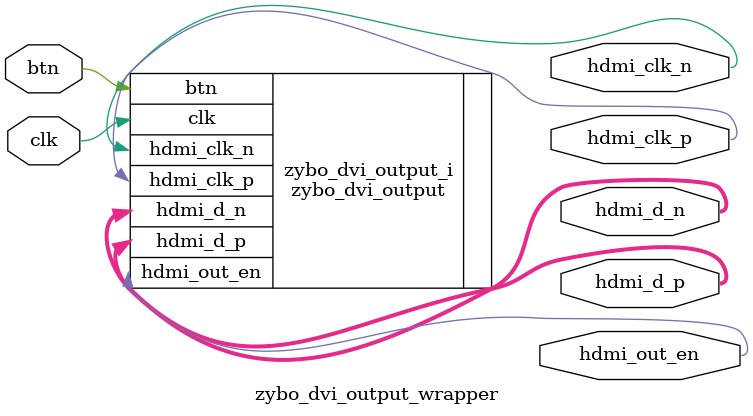
<source format=v>
`timescale 1 ps / 1 ps

module zybo_dvi_output_wrapper
   (btn,
    clk,
    hdmi_clk_n,
    hdmi_clk_p,
    hdmi_d_n,
    hdmi_d_p,
    hdmi_out_en);
  input [0:0]btn;
  input clk;
  output hdmi_clk_n;
  output hdmi_clk_p;
  output [2:0]hdmi_d_n;
  output [2:0]hdmi_d_p;
  output [0:0]hdmi_out_en;

  wire [0:0]btn;
  wire clk;
  wire hdmi_clk_n;
  wire hdmi_clk_p;
  wire [2:0]hdmi_d_n;
  wire [2:0]hdmi_d_p;
  wire [0:0]hdmi_out_en;

  zybo_dvi_output zybo_dvi_output_i
       (.btn(btn),
        .clk(clk),
        .hdmi_clk_n(hdmi_clk_n),
        .hdmi_clk_p(hdmi_clk_p),
        .hdmi_d_n(hdmi_d_n),
        .hdmi_d_p(hdmi_d_p),
        .hdmi_out_en(hdmi_out_en));
endmodule

</source>
